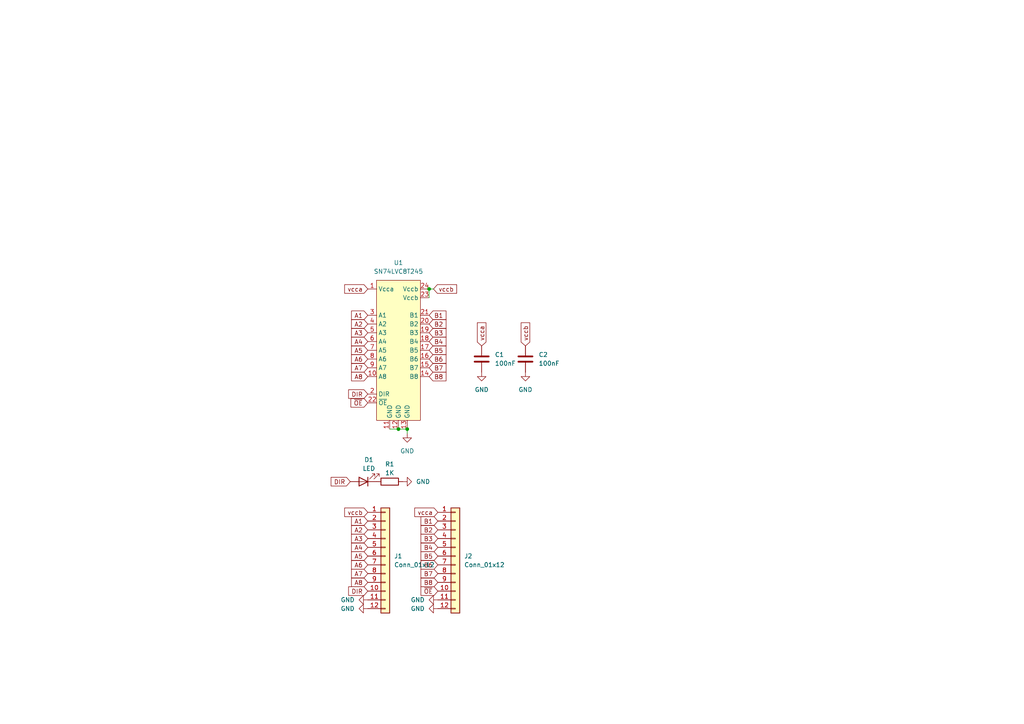
<source format=kicad_sch>
(kicad_sch (version 20231120) (generator "eeschema") (generator_version "8.0")
  (paper "A4")
  (lib_symbols
    (symbol "Connector_Generic:Conn_01x12" (pin_names (offset 1.016) hide)
      (property "Reference" "J" (at 0 15.24 0))
      (property "Value" "Conn_01x12" (at 0 -17.78 0))
      (symbol "Conn_01x12_1_1"
        (rectangle (start -1.27 -15.113) (end 0 -15.367) (stroke (width 0.1524)))
        (rectangle (start -1.27 -12.573) (end 0 -12.827) (stroke (width 0.1524)))
        (rectangle (start -1.27 -10.033) (end 0 -10.287) (stroke (width 0.1524)))
        (rectangle (start -1.27 -7.493) (end 0 -7.747) (stroke (width 0.1524)))
        (rectangle (start -1.27 -4.953) (end 0 -5.207) (stroke (width 0.1524)))
        (rectangle (start -1.27 -2.413) (end 0 -2.667) (stroke (width 0.1524)))
        (rectangle (start -1.27 0.127) (end 0 -0.127) (stroke (width 0.1524)))
        (rectangle (start -1.27 2.667) (end 0 2.413) (stroke (width 0.1524)))
        (rectangle (start -1.27 5.207) (end 0 4.953) (stroke (width 0.1524)))
        (rectangle (start -1.27 7.747) (end 0 7.493) (stroke (width 0.1524)))
        (rectangle (start -1.27 10.287) (end 0 10.033) (stroke (width 0.1524)))
        (rectangle (start -1.27 12.827) (end 0 12.573) (stroke (width 0.1524)))
        (rectangle (start -1.27 13.97) (end 1.27 -16.51) (stroke (width 0.254)) (fill (type background)))
        (pin passive line (at -5.08 12.7 0) (length 3.81) (name "Pin_1") (number "1"))
        (pin passive line (at -5.08 -10.16 0) (length 3.81) (name "Pin_10") (number "10"))
        (pin passive line (at -5.08 -12.7 0) (length 3.81) (name "Pin_11") (number "11"))
        (pin passive line (at -5.08 -15.24 0) (length 3.81) (name "Pin_12") (number "12"))
        (pin passive line (at -5.08 10.16 0) (length 3.81) (name "Pin_2") (number "2"))
        (pin passive line (at -5.08 7.62 0) (length 3.81) (name "Pin_3") (number "3"))
        (pin passive line (at -5.08 5.08 0) (length 3.81) (name "Pin_4") (number "4"))
        (pin passive line (at -5.08 2.54 0) (length 3.81) (name "Pin_5") (number "5"))
        (pin passive line (at -5.08 0 0) (length 3.81) (name "Pin_6") (number "6"))
        (pin passive line (at -5.08 -2.54 0) (length 3.81) (name "Pin_7") (number "7"))
        (pin passive line (at -5.08 -5.08 0) (length 3.81) (name "Pin_8") (number "8"))
        (pin passive line (at -5.08 -7.62 0) (length 3.81) (name "Pin_9") (number "9"))
      )
    )
    (symbol "Device:C" (pin_numbers hide) (pin_names (offset 0.254))
      (property "Reference" "C" (at 0.635 2.54 0))
      (property "Value" "C" (at 0.635 -2.54 0))
      (symbol "C_0_1"
        (polyline (pts (xy -2.032 -0.762) (xy 2.032 -0.762)) (stroke (width 0.508)))
        (polyline (pts (xy -2.032 0.762) (xy 2.032 0.762)) (stroke (width 0.508)))
      )
      (symbol "C_1_1"
        (pin passive line (at 0 3.81 270) (length 2.794) (name "~") (number "1"))
        (pin passive line (at 0 -3.81 90) (length 2.794) (name "~") (number "2"))
      )
    )
    (symbol "Device:LED" (pin_numbers hide) (pin_names (offset 1.016) hide)
      (property "Reference" "D" (at 0 2.54 0))
      (property "Value" "LED" (at 0 -2.54 0))
      (symbol "LED_0_1"
        (polyline (pts (xy -1.27 -1.27) (xy -1.27 1.27)) (stroke (width 0.254)))
        (polyline (pts (xy -1.27 0) (xy 1.27 0)))
        (polyline (pts (xy 1.27 -1.27) (xy 1.27 1.27) (xy -1.27 0) (xy 1.27 -1.27)) (stroke (width 0.254)))
        (polyline (pts (xy -3.048 -0.762) (xy -4.572 -2.286) (xy -3.81 -2.286) (xy -4.572 -2.286) (xy -4.572 -1.524)))
        (polyline (pts (xy -1.778 -0.762) (xy -3.302 -2.286) (xy -2.54 -2.286) (xy -3.302 -2.286) (xy -3.302 -1.524)))
      )
      (symbol "LED_1_1"
        (pin passive line (at -3.81 0 0) (length 2.54) (name "K") (number "1"))
        (pin passive line (at 3.81 0 180) (length 2.54) (name "A") (number "2"))
      )
    )
    (symbol "Device:R" (pin_numbers hide) (pin_names (offset 0))
      (property "Reference" "R" (at 2.032 0 90))
      (property "Value" "R" (at 0 0 90))
      (symbol "R_0_1"
        (rectangle (start -1.016 -2.54) (end 1.016 2.54) (stroke (width 0.254)))
      )
      (symbol "R_1_1"
        (pin passive line (at 0 3.81 270) (length 1.27) (name "~") (number "1"))
        (pin passive line (at 0 -3.81 90) (length 1.27) (name "~") (number "2"))
      )
    )
    (symbol "TholinsStuff:SN74LVC8T245"
      (property "Reference" "U" (at 0 0 0))
      (property "Value" "SN74LVC8T245" (at 0 0 0))
      (symbol "SN74LVC8T245_1_1"
        (rectangle (start -6.35 -2.54) (end 6.35 -43.18) (fill (type background)))
        (pin power_in line (at -8.89 -5.08 0) (length 2.54) (name "Vcca") (number "1"))
        (pin tri_state line (at -8.89 -30.48 0) (length 2.54) (name "A8") (number "10"))
        (pin power_in line (at -2.54 -45.72 90) (length 2.54) (name "GND") (number "11"))
        (pin power_in line (at 0 -45.72 90) (length 2.54) (name "GND") (number "12"))
        (pin power_in line (at 2.54 -45.72 90) (length 2.54) (name "GND") (number "13"))
        (pin tri_state line (at 8.89 -30.48 180) (length 2.54) (name "B8") (number "14"))
        (pin tri_state line (at 8.89 -27.94 180) (length 2.54) (name "B7") (number "15"))
        (pin tri_state line (at 8.89 -25.4 180) (length 2.54) (name "B6") (number "16"))
        (pin tri_state line (at 8.89 -22.86 180) (length 2.54) (name "B5") (number "17"))
        (pin tri_state line (at 8.89 -20.32 180) (length 2.54) (name "B4") (number "18"))
        (pin tri_state line (at 8.89 -17.78 180) (length 2.54) (name "B3") (number "19"))
        (pin input line (at -8.89 -35.56 0) (length 2.54) (name "DIR") (number "2"))
        (pin tri_state line (at 8.89 -15.24 180) (length 2.54) (name "B2") (number "20"))
        (pin tri_state line (at 8.89 -12.7 180) (length 2.54) (name "B1") (number "21"))
        (pin input line (at -8.89 -38.1 0) (length 2.54) (name "~{OE}") (number "22"))
        (pin power_in line (at 8.89 -7.62 180) (length 2.54) (name "Vccb") (number "23"))
        (pin power_in line (at 8.89 -5.08 180) (length 2.54) (name "Vccb") (number "24"))
        (pin tri_state line (at -8.89 -12.7 0) (length 2.54) (name "A1") (number "3"))
        (pin tri_state line (at -8.89 -15.24 0) (length 2.54) (name "A2") (number "4"))
        (pin tri_state line (at -8.89 -17.78 0) (length 2.54) (name "A3") (number "5"))
        (pin tri_state line (at -8.89 -20.32 0) (length 2.54) (name "A4") (number "6"))
        (pin tri_state line (at -8.89 -22.86 0) (length 2.54) (name "A5") (number "7"))
        (pin tri_state line (at -8.89 -25.4 0) (length 2.54) (name "A6") (number "8"))
        (pin tri_state line (at -8.89 -27.94 0) (length 2.54) (name "A7") (number "9"))
      )
    )
    (symbol "power:GND" (power) (pin_names (offset 0))
      (property "Value" "GND" (at 0 -3.81 0))
      (symbol "GND_0_1"
        (polyline (pts (xy 0 0) (xy 0 -1.27) (xy 1.27 -1.27) (xy 0 -2.54) (xy -1.27 -1.27) (xy 0 -1.27)))
      )
      (symbol "GND_1_1"
        (pin power_in line (at 0 0 270) (length 0) hide (name "GND") (number "1"))
      )
    )
  )
  (junction (at 115.57 124.46))
  (junction (at 124.46 83.82))
  (junction (at 118.11 124.46))
  (wire (pts (xy 124.46 83.82) (xy 124.46 86.36)))
  (wire (pts (xy 118.11 124.46) (xy 115.57 124.46)))
  (wire (pts (xy 125.73 83.82) (xy 124.46 83.82)))
  (wire (pts (xy 115.57 124.46) (xy 113.03 124.46)))
  (wire (pts (xy 118.11 125.73) (xy 118.11 124.46)))
  (global_label "vcca" (shape input) (at 127 148.59 180) (property "Intersheetrefs" "${INTERSHEET_REFS}" (effects (hide yes))))
  (global_label "DIR" (shape input) (at 101.6 139.7 180) (property "Intersheetrefs" "${INTERSHEET_REFS}" (effects (hide yes))))
  (global_label "vcca" (shape input) (at 106.68 83.82 180) (property "Intersheetrefs" "${INTERSHEET_REFS}" (effects (hide yes))))
  (global_label "vccb" (shape input) (at 152.4 100.33 90) (property "Intersheetrefs" "${INTERSHEET_REFS}" (effects (hide yes))))
  (global_label "B2" (shape input) (at 124.46 93.98 0) (property "Intersheetrefs" "${INTERSHEET_REFS}" (effects (hide yes))))
  (global_label "B7" (shape input) (at 124.46 106.68 0) (property "Intersheetrefs" "${INTERSHEET_REFS}" (effects (hide yes))))
  (global_label "B8" (shape input) (at 127 168.91 180) (property "Intersheetrefs" "${INTERSHEET_REFS}" (effects (hide yes))))
  (global_label "A6" (shape input) (at 106.68 163.83 180) (property "Intersheetrefs" "${INTERSHEET_REFS}" (effects (hide yes))))
  (global_label "A8" (shape input) (at 106.68 168.91 180) (property "Intersheetrefs" "${INTERSHEET_REFS}" (effects (hide yes))))
  (global_label "B5" (shape input) (at 127 161.29 180) (property "Intersheetrefs" "${INTERSHEET_REFS}" (effects (hide yes))))
  (global_label "B5" (shape input) (at 124.46 101.6 0) (property "Intersheetrefs" "${INTERSHEET_REFS}" (effects (hide yes))))
  (global_label "A2" (shape input) (at 106.68 93.98 180) (property "Intersheetrefs" "${INTERSHEET_REFS}" (effects (hide yes))))
  (global_label "B8" (shape input) (at 124.46 109.22 0) (property "Intersheetrefs" "${INTERSHEET_REFS}" (effects (hide yes))))
  (global_label "~{OE}" (shape input) (at 127 171.45 180) (property "Intersheetrefs" "${INTERSHEET_REFS}" (effects (hide yes))))
  (global_label "A7" (shape input) (at 106.68 166.37 180) (property "Intersheetrefs" "${INTERSHEET_REFS}" (effects (hide yes))))
  (global_label "A6" (shape input) (at 106.68 104.14 180) (property "Intersheetrefs" "${INTERSHEET_REFS}" (effects (hide yes))))
  (global_label "A3" (shape input) (at 106.68 96.52 180) (property "Intersheetrefs" "${INTERSHEET_REFS}" (effects (hide yes))))
  (global_label "B4" (shape input) (at 124.46 99.06 0) (property "Intersheetrefs" "${INTERSHEET_REFS}" (effects (hide yes))))
  (global_label "vcca" (shape input) (at 139.7 100.33 90) (property "Intersheetrefs" "${INTERSHEET_REFS}" (effects (hide yes))))
  (global_label "B3" (shape input) (at 127 156.21 180) (property "Intersheetrefs" "${INTERSHEET_REFS}" (effects (hide yes))))
  (global_label "A5" (shape input) (at 106.68 161.29 180) (property "Intersheetrefs" "${INTERSHEET_REFS}" (effects (hide yes))))
  (global_label "A2" (shape input) (at 106.68 153.67 180) (property "Intersheetrefs" "${INTERSHEET_REFS}" (effects (hide yes))))
  (global_label "B6" (shape input) (at 127 163.83 180) (property "Intersheetrefs" "${INTERSHEET_REFS}" (effects (hide yes))))
  (global_label "DIR" (shape input) (at 106.68 171.45 180) (property "Intersheetrefs" "${INTERSHEET_REFS}" (effects (hide yes))))
  (global_label "vccb" (shape input) (at 106.68 148.59 180) (property "Intersheetrefs" "${INTERSHEET_REFS}" (effects (hide yes))))
  (global_label "B4" (shape input) (at 127 158.75 180) (property "Intersheetrefs" "${INTERSHEET_REFS}" (effects (hide yes))))
  (global_label "~{OE}" (shape input) (at 106.68 116.84 180) (property "Intersheetrefs" "${INTERSHEET_REFS}" (effects (hide yes))))
  (global_label "DIR" (shape input) (at 106.68 114.3 180) (property "Intersheetrefs" "${INTERSHEET_REFS}" (effects (hide yes))))
  (global_label "B7" (shape input) (at 127 166.37 180) (property "Intersheetrefs" "${INTERSHEET_REFS}" (effects (hide yes))))
  (global_label "A5" (shape input) (at 106.68 101.6 180) (property "Intersheetrefs" "${INTERSHEET_REFS}" (effects (hide yes))))
  (global_label "A3" (shape input) (at 106.68 156.21 180) (property "Intersheetrefs" "${INTERSHEET_REFS}" (effects (hide yes))))
  (global_label "A8" (shape input) (at 106.68 109.22 180) (property "Intersheetrefs" "${INTERSHEET_REFS}" (effects (hide yes))))
  (global_label "A7" (shape input) (at 106.68 106.68 180) (property "Intersheetrefs" "${INTERSHEET_REFS}" (effects (hide yes))))
  (global_label "B3" (shape input) (at 124.46 96.52 0) (property "Intersheetrefs" "${INTERSHEET_REFS}" (effects (hide yes))))
  (global_label "B2" (shape input) (at 127 153.67 180) (property "Intersheetrefs" "${INTERSHEET_REFS}" (effects (hide yes))))
  (global_label "vccb" (shape input) (at 125.73 83.82 0) (property "Intersheetrefs" "${INTERSHEET_REFS}" (effects (hide yes))))
  (global_label "A1" (shape input) (at 106.68 91.44 180) (property "Intersheetrefs" "${INTERSHEET_REFS}" (effects (hide yes))))
  (global_label "A4" (shape input) (at 106.68 99.06 180) (property "Intersheetrefs" "${INTERSHEET_REFS}" (effects (hide yes))))
  (global_label "B1" (shape input) (at 124.46 91.44 0) (property "Intersheetrefs" "${INTERSHEET_REFS}" (effects (hide yes))))
  (global_label "B1" (shape input) (at 127 151.13 180) (property "Intersheetrefs" "${INTERSHEET_REFS}" (effects (hide yes))))
  (global_label "B6" (shape input) (at 124.46 104.14 0) (property "Intersheetrefs" "${INTERSHEET_REFS}" (effects (hide yes))))
  (global_label "A1" (shape input) (at 106.68 151.13 180) (property "Intersheetrefs" "${INTERSHEET_REFS}" (effects (hide yes))))
  (global_label "A4" (shape input) (at 106.68 158.75 180) (property "Intersheetrefs" "${INTERSHEET_REFS}" (effects (hide yes))))
  (symbol (lib_id "power:GND") (at 106.68 176.53 270) (unit 1)
    (property "Reference" "#PWR06" (effects (hide yes)))
    (property "Value" "GND" (at 102.87 176.53 90) (effects (justify right)))
  )
  (symbol (lib_id "power:GND") (at 116.84 139.7 90) (unit 1)
    (property "Reference" "#PWR04" (effects (hide yes)))
    (property "Value" "GND" (at 120.65 139.7 90) (effects (justify right)))
  )
  (symbol (lib_id "power:GND") (at 106.68 173.99 270) (unit 1)
    (property "Reference" "#PWR05" (effects (hide yes)))
    (property "Value" "GND" (at 102.87 173.99 90) (effects (justify right)))
  )
  (symbol (lib_id "power:GND") (at 139.7 107.95 0) (unit 1)
    (property "Reference" "#PWR02" (effects (hide yes)))
    (property "Value" "GND" (at 139.7 113.03 0))
  )
  (symbol (lib_id "power:GND") (at 152.4 107.95 0) (unit 1)
    (property "Reference" "#PWR03" (effects (hide yes)))
    (property "Value" "GND" (at 152.4 113.03 0))
  )
  (symbol (lib_id "Connector_Generic:Conn_01x12") (at 111.76 161.29 0) (unit 1)
    (property "Reference" "J1" (at 114.3 161.29 0) (effects (justify left)))
    (property "Value" "Conn_01x12" (at 114.3 163.83 0) (effects (justify left)))
    (property "Footprint" "Connector_PinHeader_2.54mm:PinHeader_1x12_P2.54mm_Vertical" (effects (hide yes)))
  )
  (symbol (lib_id "Connector_Generic:Conn_01x12") (at 132.08 161.29 0) (unit 1)
    (property "Reference" "J2" (at 134.62 161.29 0) (effects (justify left)))
    (property "Value" "Conn_01x12" (at 134.62 163.83 0) (effects (justify left)))
    (property "Footprint" "Connector_PinHeader_2.54mm:PinHeader_1x12_P2.54mm_Vertical" (effects (hide yes)))
  )
  (symbol (lib_id "Device:LED") (at 105.41 139.7 180) (unit 1)
    (property "Reference" "D1" (at 106.9975 133.35 0))
    (property "Value" "LED" (at 106.9975 135.89 0))
    (property "Footprint" "LED_SMD:LED_1206_3216Metric_Pad1.42x1.75mm_HandSolder" (effects (hide yes)))
  )
  (symbol (lib_id "Device:C") (at 152.4 104.14 0) (unit 1)
    (property "Reference" "C2" (at 156.21 102.87 0) (effects (justify left)))
    (property "Value" "100nF" (at 156.21 105.41 0) (effects (justify left)))
    (property "Footprint" "Capacitor_SMD:C_0805_2012Metric_Pad1.18x1.45mm_HandSolder" (effects (hide yes)))
  )
  (symbol (lib_id "power:GND") (at 127 173.99 270) (unit 1)
    (property "Reference" "#PWR07" (effects (hide yes)))
    (property "Value" "GND" (at 123.19 173.99 90) (effects (justify right)))
  )
  (symbol (lib_id "Device:C") (at 139.7 104.14 0) (unit 1)
    (property "Reference" "C1" (at 143.51 102.87 0) (effects (justify left)))
    (property "Value" "100nF" (at 143.51 105.41 0) (effects (justify left)))
    (property "Footprint" "Capacitor_SMD:C_0805_2012Metric_Pad1.18x1.45mm_HandSolder" (effects (hide yes)))
  )
  (symbol (lib_id "Device:R") (at 113.03 139.7 90) (unit 1)
    (property "Reference" "R1" (at 113.03 134.62 90))
    (property "Value" "1K" (at 113.03 137.16 90))
    (property "Footprint" "Resistor_SMD:R_2010_5025Metric_Pad1.40x2.65mm_HandSolder" (effects (hide yes)))
  )
  (symbol (lib_id "TholinsStuff:SN74LVC8T245") (at 115.57 78.74 0) (unit 1)
    (property "Reference" "U1" (at 115.57 76.2 0))
    (property "Value" "SN74LVC8T245" (at 115.57 78.74 0))
    (property "Footprint" "Package_SO:TSSOP-24_4.4x7.8mm_P0.65mm" (effects (hide yes)))
    (property "Datasheet" "https://www.ti.com/lit/ds/symlink/sn74lvc8t245.pdf?ts=1688712309076&ref_url=https%253A%252F%252Fwww.ti.com%252Fproduct%252FSN74LVC8T245%253Futm_source%253Dgoogle%2526utm_medium%253Dcpc%2526utm_campaign%253Dasc-null-null-GPN_EN-cpc-pf-google-eu%2526utm_content%253DSN74LVC8T245%2526ds_k%253DSN74LVC8T245%2526DCM%253Dyes%2526gclid%253DEAIaIQobChMIwq6ytf_7_wIVkubmCh2w6QVzEAAYASAAEgK1UPD_BwE%2526gclsrc%253Daw.ds" (effects (hide yes)))
  )
  (symbol (lib_id "power:GND") (at 127 176.53 270) (unit 1)
    (property "Reference" "#PWR08" (effects (hide yes)))
    (property "Value" "GND" (at 123.19 176.53 90) (effects (justify right)))
  )
  (symbol (lib_id "power:GND") (at 118.11 125.73 0) (unit 1)
    (property "Reference" "#PWR01" (effects (hide yes)))
    (property "Value" "GND" (at 118.11 130.81 0))
  )
)
</source>
